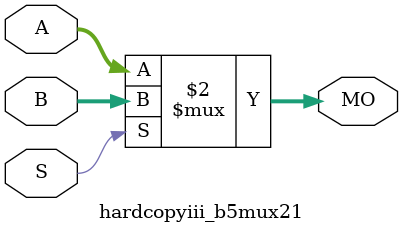
<source format=v>
module hardcopyiii_b5mux21 (MO, A, B, S);
   input [4:0] A, B;
   input       S;
   output [4:0] MO; 
   assign MO = (S == 1) ? B : A; 
endmodule
</source>
